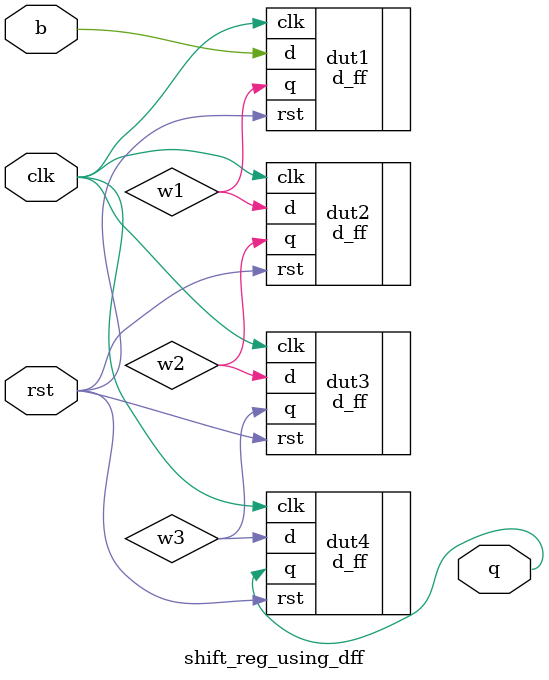
<source format=v>
`timescale 1ns / 1ps

module shift_reg_using_dff(
    input clk,b,rst,
    output q
    );
wire w1,w2,w3;


d_ff dut1(.clk(clk),.d(b),.q(w1),.rst(rst));
d_ff dut2(.clk(clk),.d(w1),.q(w2),.rst(rst));
d_ff dut3(.clk(clk),.d(w2),.q(w3),.rst(rst));
d_ff dut4(.clk(clk),.d(w3),.q(q),.rst(rst));

endmodule


</source>
